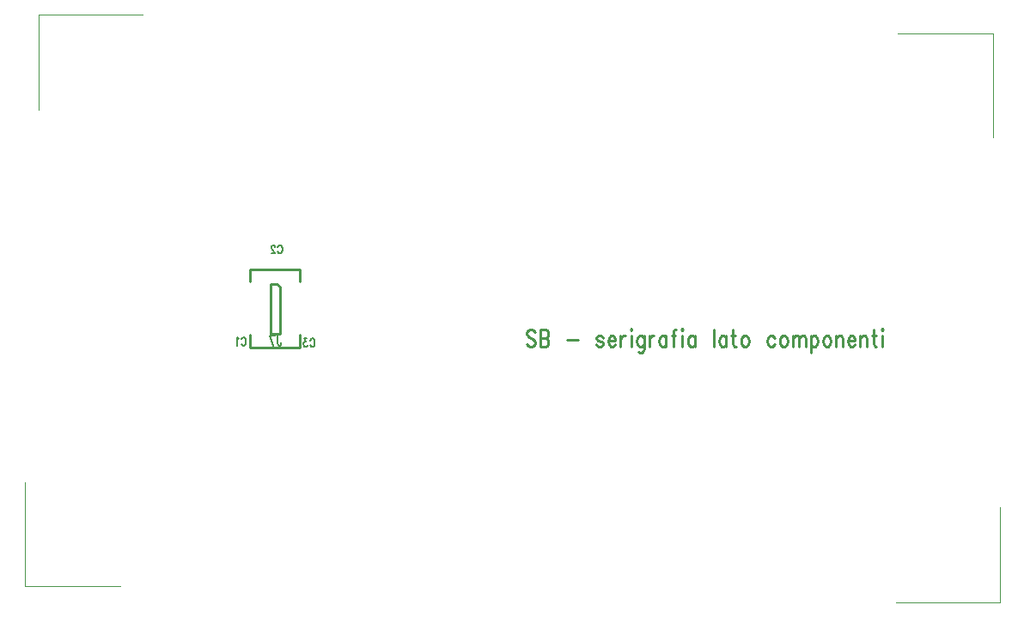
<source format=gbr>
*
*
G04 PADS Layout (Build Number 2007.65.1) generated Gerber (RS-274-X) file*
G04 PC Version=2.1*
*
%IN "P2007_0000_RBCS_RC_MAIS"*%
*
%MOIN*%
*
%FSLAX35Y35*%
*
*
*
*
G04 PC Standard Apertures*
*
*
G04 Thermal Relief Aperture macro.*
%AMTER*
1,1,$1,0,0*
1,0,$1-$2,0,0*
21,0,$3,$4,0,0,45*
21,0,$3,$4,0,0,135*
%
*
*
G04 Annular Aperture macro.*
%AMANN*
1,1,$1,0,0*
1,0,$2,0,0*
%
*
*
G04 Odd Aperture macro.*
%AMODD*
1,1,$1,0,0*
1,0,$1-0.005,0,0*
%
*
*
G04 PC Custom Aperture Macros*
*
*
*
*
*
*
G04 PC Aperture Table*
*
%ADD010C,0.01*%
%ADD031C,0.008*%
%ADD040C,0.001*%
*
*
*
*
G04 PC Copper Outlines (0)*
G04 Layer Name P2007_0000_RBCS_RC_MAIS - dark (0)*
%LPD*%
*
*
G04 PC Area=Custom_Thermal*
*
G04 PC Custom Flashes*
G04 Layer Name P2007_0000_RBCS_RC_MAIS - flashes*
%LPD*%
*
*
G04 PC Circuitry*
G04 Layer Name P2007_0000_RBCS_RC_MAIS - circuitry*
%LPD*%
*
G54D10*
G01X411614Y407480D02*
X415157D01*
Y425591*
X413976Y426772*
X411614*
Y407480*
X423031Y427756D02*
Y432480D01*
X403543*
Y427756*
X423031Y406890D02*
Y402165D01*
X403543*
Y406890*
X514205Y407987D02*
X513751Y408612D01*
X513069Y408925*
X512160*
X511478Y408612*
X511024Y407987*
Y407362*
X511251Y406737*
X511478Y406425*
X511933Y406112*
X513296Y405487*
X513751Y405175*
X513978Y404862*
X514205Y404237*
Y403300*
X513751Y402675*
X513069Y402362*
X512160*
X511478Y402675*
X511024Y403300*
X516251Y408925D02*
Y402362D01*
Y408925D02*
X518296D01*
X518978Y408612*
X519205Y408300*
X519433Y407675*
Y407050*
X519205Y406425*
X518978Y406112*
X518296Y405800*
X516251D02*
X518296D01*
X518978Y405487*
X519205Y405175*
X519433Y404550*
Y403612*
X519205Y402987*
X518978Y402675*
X518296Y402362*
X516251*
X526705Y405175D02*
X530796D01*
X540569Y405800D02*
X540342Y406425D01*
X539660Y406737*
X538978*
X538296Y406425*
X538069Y405800*
X538296Y405175*
X538751Y404862*
X539887Y404550*
X540342Y404237*
X540569Y403612*
Y403300*
X540342Y402675*
X539660Y402362*
X538978*
X538296Y402675*
X538069Y403300*
X542615Y404862D02*
X545342D01*
Y405487*
X545115Y406112*
X544887Y406425*
X544433Y406737*
X543751*
X543296Y406425*
X542842Y405800*
X542615Y404862*
Y404237*
X542842Y403300*
X543296Y402675*
X543751Y402362*
X544433*
X544887Y402675*
X545342Y403300*
X547387Y406737D02*
Y402362D01*
Y404862D02*
X547615Y405800D01*
X548069Y406425*
X548524Y406737*
X549205*
X551251Y408925D02*
X551478Y408612D01*
X551705Y408925*
X551478Y409237*
X551251Y408925*
X551478Y406737D02*
Y402362D01*
X556478Y406737D02*
Y401737D01*
X556251Y400800*
X556024Y400487*
X555569Y400175*
X554887*
X554433Y400487*
X556478Y405800D02*
X556024Y406425D01*
X555569Y406737*
X554887*
X554433Y406425*
X553978Y405800*
X553751Y404862*
Y404237*
X553978Y403300*
X554433Y402675*
X554887Y402362*
X555569*
X556024Y402675*
X556478Y403300*
X558524Y406737D02*
Y402362D01*
Y404862D02*
X558751Y405800D01*
X559205Y406425*
X559660Y406737*
X560342*
X565115D02*
Y402362D01*
Y405800D02*
X564660Y406425D01*
X564205Y406737*
X563524*
X563069Y406425*
X562615Y405800*
X562387Y404862*
Y404237*
X562615Y403300*
X563069Y402675*
X563524Y402362*
X564205*
X564660Y402675*
X565115Y403300*
X568978Y408925D02*
X568524D01*
X568069Y408612*
X567842Y407675*
Y402362*
X567160Y406737D02*
X568751D01*
X571024Y408925D02*
X571251Y408612D01*
X571478Y408925*
X571251Y409237*
X571024Y408925*
X571251Y406737D02*
Y402362D01*
X576251Y406737D02*
Y402362D01*
Y405800D02*
X575796Y406425D01*
X575342Y406737*
X574660*
X574205Y406425*
X573751Y405800*
X573524Y404862*
Y404237*
X573751Y403300*
X574205Y402675*
X574660Y402362*
X575342*
X575796Y402675*
X576251Y403300*
X583524Y408925D02*
Y402362D01*
X588296Y406737D02*
Y402362D01*
Y405800D02*
X587842Y406425D01*
X587387Y406737*
X586705*
X586251Y406425*
X585796Y405800*
X585569Y404862*
Y404237*
X585796Y403300*
X586251Y402675*
X586705Y402362*
X587387*
X587842Y402675*
X588296Y403300*
X591024Y408925D02*
Y403612D01*
X591251Y402675*
X591705Y402362*
X592160*
X590342Y406737D02*
X591933D01*
X595342D02*
X594887Y406425D01*
X594433Y405800*
X594205Y404862*
Y404237*
X594433Y403300*
X594887Y402675*
X595342Y402362*
X596024*
X596478Y402675*
X596933Y403300*
X597160Y404237*
Y404862*
X596933Y405800*
X596478Y406425*
X596024Y406737*
X595342*
X607160Y405800D02*
X606705Y406425D01*
X606251Y406737*
X605569*
X605115Y406425*
X604660Y405800*
X604433Y404862*
Y404237*
X604660Y403300*
X605115Y402675*
X605569Y402362*
X606251*
X606705Y402675*
X607160Y403300*
X610342Y406737D02*
X609887Y406425D01*
X609433Y405800*
X609205Y404862*
Y404237*
X609433Y403300*
X609887Y402675*
X610342Y402362*
X611024*
X611478Y402675*
X611933Y403300*
X612160Y404237*
Y404862*
X611933Y405800*
X611478Y406425*
X611024Y406737*
X610342*
X614205D02*
Y402362D01*
Y405487D02*
X614887Y406425D01*
X615342Y406737*
X616024*
X616478Y406425*
X616705Y405487*
Y402362*
Y405487D02*
X617387Y406425D01*
X617842Y406737*
X618524*
X618978Y406425*
X619205Y405487*
Y402362*
X621251Y406737D02*
Y400175D01*
Y405800D02*
X621705Y406425D01*
X622160Y406737*
X622842*
X623296Y406425*
X623751Y405800*
X623978Y404862*
Y404237*
X623751Y403300*
X623296Y402675*
X622842Y402362*
X622160*
X621705Y402675*
X621251Y403300*
X627160Y406737D02*
X626705Y406425D01*
X626251Y405800*
X626024Y404862*
Y404237*
X626251Y403300*
X626705Y402675*
X627160Y402362*
X627842*
X628296Y402675*
X628751Y403300*
X628978Y404237*
Y404862*
X628751Y405800*
X628296Y406425*
X627842Y406737*
X627160*
X631024D02*
Y402362D01*
Y405487D02*
X631705Y406425D01*
X632160Y406737*
X632842*
X633296Y406425*
X633524Y405487*
Y402362*
X635569Y404862D02*
X638296D01*
Y405487*
X638069Y406112*
X637842Y406425*
X637387Y406737*
X636705*
X636251Y406425*
X635796Y405800*
X635569Y404862*
Y404237*
X635796Y403300*
X636251Y402675*
X636705Y402362*
X637387*
X637842Y402675*
X638296Y403300*
X640342Y406737D02*
Y402362D01*
Y405487D02*
X641024Y406425D01*
X641478Y406737*
X642160*
X642615Y406425*
X642842Y405487*
Y402362*
X645569Y408925D02*
Y403612D01*
X645796Y402675*
X646251Y402362*
X646705*
X644887Y406737D02*
X646478D01*
X648751Y408925D02*
X648978Y408612D01*
X649205Y408925*
X648978Y409237*
X648751Y408925*
X648978Y406737D02*
Y402362D01*
G54D31*
X414384Y406693D02*
Y403693D01*
X414521Y403131*
X414657Y402943*
X414930Y402756*
X415203*
X415475Y402943*
X415612Y403131*
X415748Y403693*
Y404068*
X411248Y406693D02*
X412612Y402756D01*
X413157Y406693D02*
X411248D01*
X414437Y441083D02*
X414551Y441395D01*
X414778Y441708*
X415005Y441864*
X415460*
X415687Y441708*
X415914Y441395*
X416028Y441083*
X416142Y440614*
Y439833*
X416028Y439364*
X415914Y439051*
X415687Y438739*
X415460Y438583*
X415005*
X414778Y438739*
X414551Y439051*
X414437Y439364*
X413301Y441083D02*
Y441239D01*
X413187Y441551*
X413074Y441708*
X412846Y441864*
X412392*
X412164Y441708*
X412051Y441551*
X411937Y441239*
Y440926*
X412051Y440614*
X412278Y440145*
X413414Y438583*
X411824*
X400264Y405256D02*
X400378Y405568D01*
X400605Y405881*
X400832Y406037*
X401287*
X401514Y405881*
X401741Y405568*
X401855Y405256*
X401969Y404787*
Y404006*
X401855Y403537*
X401741Y403225*
X401514Y402912*
X401287Y402756*
X400832*
X400605Y402912*
X400378Y403225*
X400264Y403537*
X399241Y405412D02*
X399014Y405568D01*
X398673Y406037*
Y402756*
X427036Y404862D02*
X427149Y405175D01*
X427377Y405487*
X427604Y405643*
X428058*
X428286Y405487*
X428513Y405175*
X428627Y404862*
X428740Y404393*
Y403612*
X428627Y403143*
X428513Y402831*
X428286Y402518*
X428058Y402362*
X427604*
X427377Y402518*
X427149Y402831*
X427036Y403143*
X425786Y405643D02*
X424536D01*
X425217Y404393*
X424877*
X424649Y404237*
X424536Y404081*
X424422Y403612*
Y403300*
X424536Y402831*
X424763Y402518*
X425104Y402362*
X425445*
X425786Y402518*
X425899Y402675*
X426013Y402987*
G54D40*
X654331Y303150D02*
X694488D01*
Y340157*
X692126Y483858D02*
Y524016D01*
X655118*
X316142Y349606D02*
Y309449D01*
X353150*
X361811Y531496D02*
X321654D01*
Y494488*
X0Y0D02*
M02*

</source>
